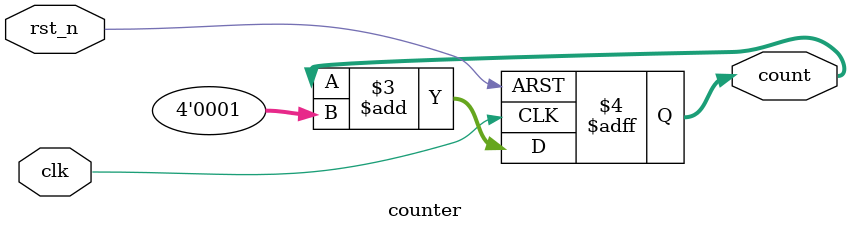
<source format=v>
module counter (
  input wire clk,
  input wire rst_n,
  output reg [3:0] count
);

  always @(posedge clk or negedge rst_n) begin
    if (!rst_n)
      count <= 4'b0000;
    else
      count <= count + 4'b0001;
  end

endmodule

</source>
